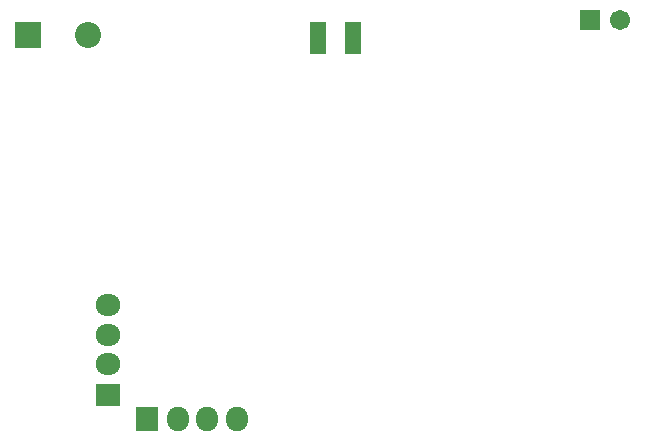
<source format=gbs>
G04*
G04 #@! TF.GenerationSoftware,Altium Limited,Altium Designer,21.0.8 (223)*
G04*
G04 Layer_Color=16711935*
%FSTAX24Y24*%
%MOIN*%
G70*
G04*
G04 #@! TF.SameCoordinates,EFB7B91B-664B-4525-AB40-38F40083A00E*
G04*
G04*
G04 #@! TF.FilePolarity,Negative*
G04*
G01*
G75*
%ADD50R,0.0552X0.1064*%
%ADD60O,0.0730X0.0830*%
%ADD61R,0.0730X0.0830*%
%ADD62C,0.0867*%
%ADD63R,0.0867X0.0867*%
%ADD64O,0.0830X0.0730*%
%ADD65R,0.0830X0.0730*%
%ADD66C,0.0671*%
%ADD67R,0.0671X0.0671*%
D50*
X024764Y046203D02*
D03*
X025945D02*
D03*
D60*
X022071Y033488D02*
D03*
X020081D02*
D03*
X021061D02*
D03*
D61*
X019071D02*
D03*
D62*
X01711Y046285D02*
D03*
D63*
X01511D02*
D03*
D64*
X017748Y037305D02*
D03*
Y035315D02*
D03*
Y036295D02*
D03*
D65*
Y034305D02*
D03*
D66*
X034843Y046772D02*
D03*
D67*
X033843D02*
D03*
M02*

</source>
